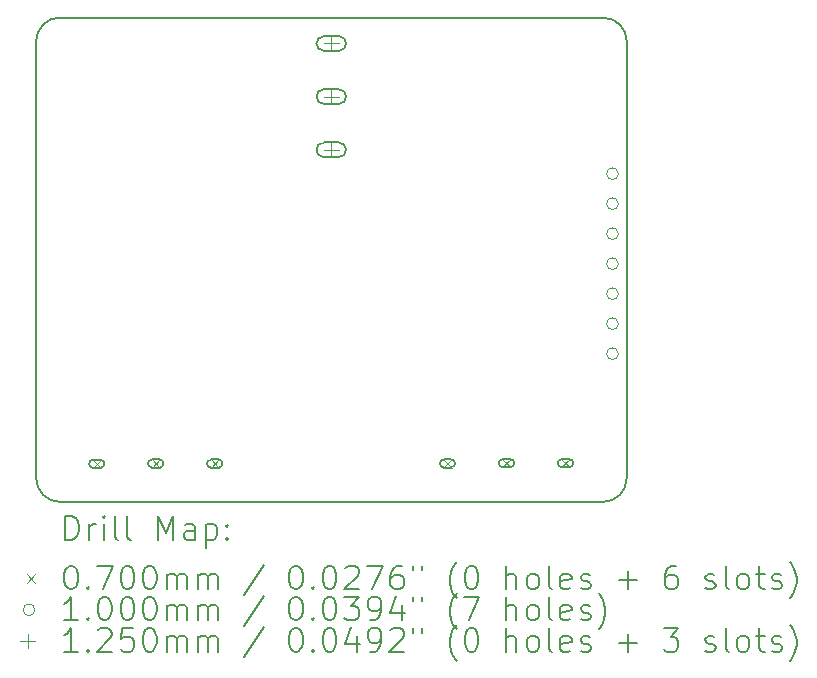
<source format=gbr>
%TF.GenerationSoftware,KiCad,Pcbnew,(6.0.9)*%
%TF.CreationDate,2022-11-21T10:30:37+01:00*%
%TF.ProjectId,IO Board,494f2042-6f61-4726-942e-6b696361645f,rev?*%
%TF.SameCoordinates,Original*%
%TF.FileFunction,Drillmap*%
%TF.FilePolarity,Positive*%
%FSLAX45Y45*%
G04 Gerber Fmt 4.5, Leading zero omitted, Abs format (unit mm)*
G04 Created by KiCad (PCBNEW (6.0.9)) date 2022-11-21 10:30:37*
%MOMM*%
%LPD*%
G01*
G04 APERTURE LIST*
%ADD10C,0.200000*%
%ADD11C,0.070000*%
%ADD12C,0.100000*%
%ADD13C,0.125000*%
G04 APERTURE END LIST*
D10*
X16422330Y-9896350D02*
G75*
G03*
X16222329Y-9696350I-200000J0D01*
G01*
X11622329Y-9696349D02*
G75*
G03*
X11422329Y-9896350I1J-200001D01*
G01*
X11622329Y-13796350D02*
X16222329Y-13796350D01*
X11422330Y-13596350D02*
G75*
G03*
X11622329Y-13796350I200000J0D01*
G01*
X11422329Y-9896350D02*
X11422329Y-13596350D01*
X16222329Y-13796349D02*
G75*
G03*
X16422329Y-13596350I1J199999D01*
G01*
X16422329Y-13596350D02*
X16422329Y-9896350D01*
X16222329Y-9696350D02*
X11622329Y-9696350D01*
D11*
X11900563Y-13439105D02*
X11970563Y-13509105D01*
X11970563Y-13439105D02*
X11900563Y-13509105D01*
D10*
X11905563Y-13509105D02*
X11965563Y-13509105D01*
X11905563Y-13439105D02*
X11965563Y-13439105D01*
X11965563Y-13509105D02*
G75*
G03*
X11965563Y-13439105I0J35000D01*
G01*
X11905563Y-13439105D02*
G75*
G03*
X11905563Y-13509105I0J-35000D01*
G01*
D11*
X12400369Y-13436558D02*
X12470369Y-13506558D01*
X12470369Y-13436558D02*
X12400369Y-13506558D01*
D10*
X12405369Y-13506558D02*
X12465369Y-13506558D01*
X12405369Y-13436558D02*
X12465369Y-13436558D01*
X12465369Y-13506558D02*
G75*
G03*
X12465369Y-13436558I0J35000D01*
G01*
X12405369Y-13436558D02*
G75*
G03*
X12405369Y-13506558I0J-35000D01*
G01*
D11*
X12899538Y-13436558D02*
X12969538Y-13506558D01*
X12969538Y-13436558D02*
X12899538Y-13506558D01*
D10*
X12904538Y-13506558D02*
X12964538Y-13506558D01*
X12904538Y-13436558D02*
X12964538Y-13436558D01*
X12964538Y-13506558D02*
G75*
G03*
X12964538Y-13436558I0J35000D01*
G01*
X12904538Y-13436558D02*
G75*
G03*
X12904538Y-13506558I0J-35000D01*
G01*
D11*
X14870146Y-13436242D02*
X14940146Y-13506242D01*
X14940146Y-13436242D02*
X14870146Y-13506242D01*
D10*
X14875146Y-13506242D02*
X14935146Y-13506242D01*
X14875146Y-13436242D02*
X14935146Y-13436242D01*
X14935146Y-13506242D02*
G75*
G03*
X14935146Y-13436242I0J35000D01*
G01*
X14875146Y-13436242D02*
G75*
G03*
X14875146Y-13506242I0J-35000D01*
G01*
D11*
X15369952Y-13433695D02*
X15439952Y-13503695D01*
X15439952Y-13433695D02*
X15369952Y-13503695D01*
D10*
X15374952Y-13503695D02*
X15434952Y-13503695D01*
X15374952Y-13433695D02*
X15434952Y-13433695D01*
X15434952Y-13503695D02*
G75*
G03*
X15434952Y-13433695I0J35000D01*
G01*
X15374952Y-13433695D02*
G75*
G03*
X15374952Y-13503695I0J-35000D01*
G01*
D11*
X15869121Y-13433695D02*
X15939121Y-13503695D01*
X15939121Y-13433695D02*
X15869121Y-13503695D01*
D10*
X15874121Y-13503695D02*
X15934121Y-13503695D01*
X15874121Y-13433695D02*
X15934121Y-13433695D01*
X15934121Y-13503695D02*
G75*
G03*
X15934121Y-13433695I0J35000D01*
G01*
X15874121Y-13433695D02*
G75*
G03*
X15874121Y-13503695I0J-35000D01*
G01*
D12*
X16351720Y-11018520D02*
G75*
G03*
X16351720Y-11018520I-50000J0D01*
G01*
X16351720Y-11272520D02*
G75*
G03*
X16351720Y-11272520I-50000J0D01*
G01*
X16351720Y-11526520D02*
G75*
G03*
X16351720Y-11526520I-50000J0D01*
G01*
X16351720Y-11780520D02*
G75*
G03*
X16351720Y-11780520I-50000J0D01*
G01*
X16351720Y-12034520D02*
G75*
G03*
X16351720Y-12034520I-50000J0D01*
G01*
X16351720Y-12288520D02*
G75*
G03*
X16351720Y-12288520I-50000J0D01*
G01*
X16351720Y-12542520D02*
G75*
G03*
X16351720Y-12542520I-50000J0D01*
G01*
D13*
X13920968Y-9853004D02*
X13920968Y-9978004D01*
X13858468Y-9915504D02*
X13983468Y-9915504D01*
D10*
X13858468Y-9978004D02*
X13983468Y-9978004D01*
X13858468Y-9853004D02*
X13983468Y-9853004D01*
X13983468Y-9978004D02*
G75*
G03*
X13983468Y-9853004I0J62500D01*
G01*
X13858468Y-9853004D02*
G75*
G03*
X13858468Y-9978004I0J-62500D01*
G01*
D13*
X13920968Y-10303004D02*
X13920968Y-10428004D01*
X13858468Y-10365504D02*
X13983468Y-10365504D01*
D10*
X13858468Y-10428004D02*
X13983468Y-10428004D01*
X13858468Y-10303004D02*
X13983468Y-10303004D01*
X13983468Y-10428004D02*
G75*
G03*
X13983468Y-10303004I0J62500D01*
G01*
X13858468Y-10303004D02*
G75*
G03*
X13858468Y-10428004I0J-62500D01*
G01*
D13*
X13920968Y-10753004D02*
X13920968Y-10878004D01*
X13858468Y-10815504D02*
X13983468Y-10815504D01*
D10*
X13858468Y-10878004D02*
X13983468Y-10878004D01*
X13858468Y-10753004D02*
X13983468Y-10753004D01*
X13983468Y-10878004D02*
G75*
G03*
X13983468Y-10753004I0J62500D01*
G01*
X13858468Y-10753004D02*
G75*
G03*
X13858468Y-10878004I0J-62500D01*
G01*
X11669948Y-14116826D02*
X11669948Y-13916826D01*
X11717567Y-13916826D01*
X11746138Y-13926350D01*
X11765186Y-13945397D01*
X11774709Y-13964445D01*
X11784233Y-14002540D01*
X11784233Y-14031111D01*
X11774709Y-14069207D01*
X11765186Y-14088254D01*
X11746138Y-14107302D01*
X11717567Y-14116826D01*
X11669948Y-14116826D01*
X11869948Y-14116826D02*
X11869948Y-13983492D01*
X11869948Y-14021588D02*
X11879471Y-14002540D01*
X11888995Y-13993016D01*
X11908043Y-13983492D01*
X11927090Y-13983492D01*
X11993757Y-14116826D02*
X11993757Y-13983492D01*
X11993757Y-13916826D02*
X11984233Y-13926350D01*
X11993757Y-13935873D01*
X12003281Y-13926350D01*
X11993757Y-13916826D01*
X11993757Y-13935873D01*
X12117567Y-14116826D02*
X12098519Y-14107302D01*
X12088995Y-14088254D01*
X12088995Y-13916826D01*
X12222329Y-14116826D02*
X12203281Y-14107302D01*
X12193757Y-14088254D01*
X12193757Y-13916826D01*
X12450900Y-14116826D02*
X12450900Y-13916826D01*
X12517567Y-14059683D01*
X12584233Y-13916826D01*
X12584233Y-14116826D01*
X12765186Y-14116826D02*
X12765186Y-14012064D01*
X12755662Y-13993016D01*
X12736614Y-13983492D01*
X12698519Y-13983492D01*
X12679471Y-13993016D01*
X12765186Y-14107302D02*
X12746138Y-14116826D01*
X12698519Y-14116826D01*
X12679471Y-14107302D01*
X12669948Y-14088254D01*
X12669948Y-14069207D01*
X12679471Y-14050159D01*
X12698519Y-14040635D01*
X12746138Y-14040635D01*
X12765186Y-14031111D01*
X12860424Y-13983492D02*
X12860424Y-14183492D01*
X12860424Y-13993016D02*
X12879471Y-13983492D01*
X12917567Y-13983492D01*
X12936614Y-13993016D01*
X12946138Y-14002540D01*
X12955662Y-14021588D01*
X12955662Y-14078730D01*
X12946138Y-14097778D01*
X12936614Y-14107302D01*
X12917567Y-14116826D01*
X12879471Y-14116826D01*
X12860424Y-14107302D01*
X13041376Y-14097778D02*
X13050900Y-14107302D01*
X13041376Y-14116826D01*
X13031852Y-14107302D01*
X13041376Y-14097778D01*
X13041376Y-14116826D01*
X13041376Y-13993016D02*
X13050900Y-14002540D01*
X13041376Y-14012064D01*
X13031852Y-14002540D01*
X13041376Y-13993016D01*
X13041376Y-14012064D01*
D11*
X11342329Y-14411350D02*
X11412329Y-14481350D01*
X11412329Y-14411350D02*
X11342329Y-14481350D01*
D10*
X11708043Y-14336826D02*
X11727090Y-14336826D01*
X11746138Y-14346350D01*
X11755662Y-14355873D01*
X11765186Y-14374921D01*
X11774709Y-14413016D01*
X11774709Y-14460635D01*
X11765186Y-14498730D01*
X11755662Y-14517778D01*
X11746138Y-14527302D01*
X11727090Y-14536826D01*
X11708043Y-14536826D01*
X11688995Y-14527302D01*
X11679471Y-14517778D01*
X11669948Y-14498730D01*
X11660424Y-14460635D01*
X11660424Y-14413016D01*
X11669948Y-14374921D01*
X11679471Y-14355873D01*
X11688995Y-14346350D01*
X11708043Y-14336826D01*
X11860424Y-14517778D02*
X11869948Y-14527302D01*
X11860424Y-14536826D01*
X11850900Y-14527302D01*
X11860424Y-14517778D01*
X11860424Y-14536826D01*
X11936614Y-14336826D02*
X12069948Y-14336826D01*
X11984233Y-14536826D01*
X12184233Y-14336826D02*
X12203281Y-14336826D01*
X12222329Y-14346350D01*
X12231852Y-14355873D01*
X12241376Y-14374921D01*
X12250900Y-14413016D01*
X12250900Y-14460635D01*
X12241376Y-14498730D01*
X12231852Y-14517778D01*
X12222329Y-14527302D01*
X12203281Y-14536826D01*
X12184233Y-14536826D01*
X12165186Y-14527302D01*
X12155662Y-14517778D01*
X12146138Y-14498730D01*
X12136614Y-14460635D01*
X12136614Y-14413016D01*
X12146138Y-14374921D01*
X12155662Y-14355873D01*
X12165186Y-14346350D01*
X12184233Y-14336826D01*
X12374709Y-14336826D02*
X12393757Y-14336826D01*
X12412805Y-14346350D01*
X12422329Y-14355873D01*
X12431852Y-14374921D01*
X12441376Y-14413016D01*
X12441376Y-14460635D01*
X12431852Y-14498730D01*
X12422329Y-14517778D01*
X12412805Y-14527302D01*
X12393757Y-14536826D01*
X12374709Y-14536826D01*
X12355662Y-14527302D01*
X12346138Y-14517778D01*
X12336614Y-14498730D01*
X12327090Y-14460635D01*
X12327090Y-14413016D01*
X12336614Y-14374921D01*
X12346138Y-14355873D01*
X12355662Y-14346350D01*
X12374709Y-14336826D01*
X12527090Y-14536826D02*
X12527090Y-14403492D01*
X12527090Y-14422540D02*
X12536614Y-14413016D01*
X12555662Y-14403492D01*
X12584233Y-14403492D01*
X12603281Y-14413016D01*
X12612805Y-14432064D01*
X12612805Y-14536826D01*
X12612805Y-14432064D02*
X12622329Y-14413016D01*
X12641376Y-14403492D01*
X12669948Y-14403492D01*
X12688995Y-14413016D01*
X12698519Y-14432064D01*
X12698519Y-14536826D01*
X12793757Y-14536826D02*
X12793757Y-14403492D01*
X12793757Y-14422540D02*
X12803281Y-14413016D01*
X12822329Y-14403492D01*
X12850900Y-14403492D01*
X12869948Y-14413016D01*
X12879471Y-14432064D01*
X12879471Y-14536826D01*
X12879471Y-14432064D02*
X12888995Y-14413016D01*
X12908043Y-14403492D01*
X12936614Y-14403492D01*
X12955662Y-14413016D01*
X12965186Y-14432064D01*
X12965186Y-14536826D01*
X13355662Y-14327302D02*
X13184233Y-14584445D01*
X13612805Y-14336826D02*
X13631852Y-14336826D01*
X13650900Y-14346350D01*
X13660424Y-14355873D01*
X13669948Y-14374921D01*
X13679471Y-14413016D01*
X13679471Y-14460635D01*
X13669948Y-14498730D01*
X13660424Y-14517778D01*
X13650900Y-14527302D01*
X13631852Y-14536826D01*
X13612805Y-14536826D01*
X13593757Y-14527302D01*
X13584233Y-14517778D01*
X13574709Y-14498730D01*
X13565186Y-14460635D01*
X13565186Y-14413016D01*
X13574709Y-14374921D01*
X13584233Y-14355873D01*
X13593757Y-14346350D01*
X13612805Y-14336826D01*
X13765186Y-14517778D02*
X13774709Y-14527302D01*
X13765186Y-14536826D01*
X13755662Y-14527302D01*
X13765186Y-14517778D01*
X13765186Y-14536826D01*
X13898519Y-14336826D02*
X13917567Y-14336826D01*
X13936614Y-14346350D01*
X13946138Y-14355873D01*
X13955662Y-14374921D01*
X13965186Y-14413016D01*
X13965186Y-14460635D01*
X13955662Y-14498730D01*
X13946138Y-14517778D01*
X13936614Y-14527302D01*
X13917567Y-14536826D01*
X13898519Y-14536826D01*
X13879471Y-14527302D01*
X13869948Y-14517778D01*
X13860424Y-14498730D01*
X13850900Y-14460635D01*
X13850900Y-14413016D01*
X13860424Y-14374921D01*
X13869948Y-14355873D01*
X13879471Y-14346350D01*
X13898519Y-14336826D01*
X14041376Y-14355873D02*
X14050900Y-14346350D01*
X14069948Y-14336826D01*
X14117567Y-14336826D01*
X14136614Y-14346350D01*
X14146138Y-14355873D01*
X14155662Y-14374921D01*
X14155662Y-14393969D01*
X14146138Y-14422540D01*
X14031852Y-14536826D01*
X14155662Y-14536826D01*
X14222329Y-14336826D02*
X14355662Y-14336826D01*
X14269948Y-14536826D01*
X14517567Y-14336826D02*
X14479471Y-14336826D01*
X14460424Y-14346350D01*
X14450900Y-14355873D01*
X14431852Y-14384445D01*
X14422329Y-14422540D01*
X14422329Y-14498730D01*
X14431852Y-14517778D01*
X14441376Y-14527302D01*
X14460424Y-14536826D01*
X14498519Y-14536826D01*
X14517567Y-14527302D01*
X14527090Y-14517778D01*
X14536614Y-14498730D01*
X14536614Y-14451111D01*
X14527090Y-14432064D01*
X14517567Y-14422540D01*
X14498519Y-14413016D01*
X14460424Y-14413016D01*
X14441376Y-14422540D01*
X14431852Y-14432064D01*
X14422329Y-14451111D01*
X14612805Y-14336826D02*
X14612805Y-14374921D01*
X14688995Y-14336826D02*
X14688995Y-14374921D01*
X14984233Y-14613016D02*
X14974709Y-14603492D01*
X14955662Y-14574921D01*
X14946138Y-14555873D01*
X14936614Y-14527302D01*
X14927090Y-14479683D01*
X14927090Y-14441588D01*
X14936614Y-14393969D01*
X14946138Y-14365397D01*
X14955662Y-14346350D01*
X14974709Y-14317778D01*
X14984233Y-14308254D01*
X15098519Y-14336826D02*
X15117567Y-14336826D01*
X15136614Y-14346350D01*
X15146138Y-14355873D01*
X15155662Y-14374921D01*
X15165186Y-14413016D01*
X15165186Y-14460635D01*
X15155662Y-14498730D01*
X15146138Y-14517778D01*
X15136614Y-14527302D01*
X15117567Y-14536826D01*
X15098519Y-14536826D01*
X15079471Y-14527302D01*
X15069948Y-14517778D01*
X15060424Y-14498730D01*
X15050900Y-14460635D01*
X15050900Y-14413016D01*
X15060424Y-14374921D01*
X15069948Y-14355873D01*
X15079471Y-14346350D01*
X15098519Y-14336826D01*
X15403281Y-14536826D02*
X15403281Y-14336826D01*
X15488995Y-14536826D02*
X15488995Y-14432064D01*
X15479471Y-14413016D01*
X15460424Y-14403492D01*
X15431852Y-14403492D01*
X15412805Y-14413016D01*
X15403281Y-14422540D01*
X15612805Y-14536826D02*
X15593757Y-14527302D01*
X15584233Y-14517778D01*
X15574709Y-14498730D01*
X15574709Y-14441588D01*
X15584233Y-14422540D01*
X15593757Y-14413016D01*
X15612805Y-14403492D01*
X15641376Y-14403492D01*
X15660424Y-14413016D01*
X15669948Y-14422540D01*
X15679471Y-14441588D01*
X15679471Y-14498730D01*
X15669948Y-14517778D01*
X15660424Y-14527302D01*
X15641376Y-14536826D01*
X15612805Y-14536826D01*
X15793757Y-14536826D02*
X15774709Y-14527302D01*
X15765186Y-14508254D01*
X15765186Y-14336826D01*
X15946138Y-14527302D02*
X15927090Y-14536826D01*
X15888995Y-14536826D01*
X15869948Y-14527302D01*
X15860424Y-14508254D01*
X15860424Y-14432064D01*
X15869948Y-14413016D01*
X15888995Y-14403492D01*
X15927090Y-14403492D01*
X15946138Y-14413016D01*
X15955662Y-14432064D01*
X15955662Y-14451111D01*
X15860424Y-14470159D01*
X16031852Y-14527302D02*
X16050900Y-14536826D01*
X16088995Y-14536826D01*
X16108043Y-14527302D01*
X16117567Y-14508254D01*
X16117567Y-14498730D01*
X16108043Y-14479683D01*
X16088995Y-14470159D01*
X16060424Y-14470159D01*
X16041376Y-14460635D01*
X16031852Y-14441588D01*
X16031852Y-14432064D01*
X16041376Y-14413016D01*
X16060424Y-14403492D01*
X16088995Y-14403492D01*
X16108043Y-14413016D01*
X16355662Y-14460635D02*
X16508043Y-14460635D01*
X16431852Y-14536826D02*
X16431852Y-14384445D01*
X16841376Y-14336826D02*
X16803281Y-14336826D01*
X16784233Y-14346350D01*
X16774709Y-14355873D01*
X16755662Y-14384445D01*
X16746138Y-14422540D01*
X16746138Y-14498730D01*
X16755662Y-14517778D01*
X16765186Y-14527302D01*
X16784233Y-14536826D01*
X16822329Y-14536826D01*
X16841376Y-14527302D01*
X16850900Y-14517778D01*
X16860424Y-14498730D01*
X16860424Y-14451111D01*
X16850900Y-14432064D01*
X16841376Y-14422540D01*
X16822329Y-14413016D01*
X16784233Y-14413016D01*
X16765186Y-14422540D01*
X16755662Y-14432064D01*
X16746138Y-14451111D01*
X17088995Y-14527302D02*
X17108043Y-14536826D01*
X17146138Y-14536826D01*
X17165186Y-14527302D01*
X17174710Y-14508254D01*
X17174710Y-14498730D01*
X17165186Y-14479683D01*
X17146138Y-14470159D01*
X17117567Y-14470159D01*
X17098519Y-14460635D01*
X17088995Y-14441588D01*
X17088995Y-14432064D01*
X17098519Y-14413016D01*
X17117567Y-14403492D01*
X17146138Y-14403492D01*
X17165186Y-14413016D01*
X17288995Y-14536826D02*
X17269948Y-14527302D01*
X17260424Y-14508254D01*
X17260424Y-14336826D01*
X17393757Y-14536826D02*
X17374710Y-14527302D01*
X17365186Y-14517778D01*
X17355662Y-14498730D01*
X17355662Y-14441588D01*
X17365186Y-14422540D01*
X17374710Y-14413016D01*
X17393757Y-14403492D01*
X17422329Y-14403492D01*
X17441376Y-14413016D01*
X17450900Y-14422540D01*
X17460424Y-14441588D01*
X17460424Y-14498730D01*
X17450900Y-14517778D01*
X17441376Y-14527302D01*
X17422329Y-14536826D01*
X17393757Y-14536826D01*
X17517567Y-14403492D02*
X17593757Y-14403492D01*
X17546138Y-14336826D02*
X17546138Y-14508254D01*
X17555662Y-14527302D01*
X17574710Y-14536826D01*
X17593757Y-14536826D01*
X17650900Y-14527302D02*
X17669948Y-14536826D01*
X17708043Y-14536826D01*
X17727091Y-14527302D01*
X17736614Y-14508254D01*
X17736614Y-14498730D01*
X17727091Y-14479683D01*
X17708043Y-14470159D01*
X17679471Y-14470159D01*
X17660424Y-14460635D01*
X17650900Y-14441588D01*
X17650900Y-14432064D01*
X17660424Y-14413016D01*
X17679471Y-14403492D01*
X17708043Y-14403492D01*
X17727091Y-14413016D01*
X17803281Y-14613016D02*
X17812805Y-14603492D01*
X17831852Y-14574921D01*
X17841376Y-14555873D01*
X17850900Y-14527302D01*
X17860424Y-14479683D01*
X17860424Y-14441588D01*
X17850900Y-14393969D01*
X17841376Y-14365397D01*
X17831852Y-14346350D01*
X17812805Y-14317778D01*
X17803281Y-14308254D01*
D12*
X11412329Y-14710350D02*
G75*
G03*
X11412329Y-14710350I-50000J0D01*
G01*
D10*
X11774709Y-14800826D02*
X11660424Y-14800826D01*
X11717567Y-14800826D02*
X11717567Y-14600826D01*
X11698519Y-14629397D01*
X11679471Y-14648445D01*
X11660424Y-14657969D01*
X11860424Y-14781778D02*
X11869948Y-14791302D01*
X11860424Y-14800826D01*
X11850900Y-14791302D01*
X11860424Y-14781778D01*
X11860424Y-14800826D01*
X11993757Y-14600826D02*
X12012805Y-14600826D01*
X12031852Y-14610350D01*
X12041376Y-14619873D01*
X12050900Y-14638921D01*
X12060424Y-14677016D01*
X12060424Y-14724635D01*
X12050900Y-14762730D01*
X12041376Y-14781778D01*
X12031852Y-14791302D01*
X12012805Y-14800826D01*
X11993757Y-14800826D01*
X11974709Y-14791302D01*
X11965186Y-14781778D01*
X11955662Y-14762730D01*
X11946138Y-14724635D01*
X11946138Y-14677016D01*
X11955662Y-14638921D01*
X11965186Y-14619873D01*
X11974709Y-14610350D01*
X11993757Y-14600826D01*
X12184233Y-14600826D02*
X12203281Y-14600826D01*
X12222329Y-14610350D01*
X12231852Y-14619873D01*
X12241376Y-14638921D01*
X12250900Y-14677016D01*
X12250900Y-14724635D01*
X12241376Y-14762730D01*
X12231852Y-14781778D01*
X12222329Y-14791302D01*
X12203281Y-14800826D01*
X12184233Y-14800826D01*
X12165186Y-14791302D01*
X12155662Y-14781778D01*
X12146138Y-14762730D01*
X12136614Y-14724635D01*
X12136614Y-14677016D01*
X12146138Y-14638921D01*
X12155662Y-14619873D01*
X12165186Y-14610350D01*
X12184233Y-14600826D01*
X12374709Y-14600826D02*
X12393757Y-14600826D01*
X12412805Y-14610350D01*
X12422329Y-14619873D01*
X12431852Y-14638921D01*
X12441376Y-14677016D01*
X12441376Y-14724635D01*
X12431852Y-14762730D01*
X12422329Y-14781778D01*
X12412805Y-14791302D01*
X12393757Y-14800826D01*
X12374709Y-14800826D01*
X12355662Y-14791302D01*
X12346138Y-14781778D01*
X12336614Y-14762730D01*
X12327090Y-14724635D01*
X12327090Y-14677016D01*
X12336614Y-14638921D01*
X12346138Y-14619873D01*
X12355662Y-14610350D01*
X12374709Y-14600826D01*
X12527090Y-14800826D02*
X12527090Y-14667492D01*
X12527090Y-14686540D02*
X12536614Y-14677016D01*
X12555662Y-14667492D01*
X12584233Y-14667492D01*
X12603281Y-14677016D01*
X12612805Y-14696064D01*
X12612805Y-14800826D01*
X12612805Y-14696064D02*
X12622329Y-14677016D01*
X12641376Y-14667492D01*
X12669948Y-14667492D01*
X12688995Y-14677016D01*
X12698519Y-14696064D01*
X12698519Y-14800826D01*
X12793757Y-14800826D02*
X12793757Y-14667492D01*
X12793757Y-14686540D02*
X12803281Y-14677016D01*
X12822329Y-14667492D01*
X12850900Y-14667492D01*
X12869948Y-14677016D01*
X12879471Y-14696064D01*
X12879471Y-14800826D01*
X12879471Y-14696064D02*
X12888995Y-14677016D01*
X12908043Y-14667492D01*
X12936614Y-14667492D01*
X12955662Y-14677016D01*
X12965186Y-14696064D01*
X12965186Y-14800826D01*
X13355662Y-14591302D02*
X13184233Y-14848445D01*
X13612805Y-14600826D02*
X13631852Y-14600826D01*
X13650900Y-14610350D01*
X13660424Y-14619873D01*
X13669948Y-14638921D01*
X13679471Y-14677016D01*
X13679471Y-14724635D01*
X13669948Y-14762730D01*
X13660424Y-14781778D01*
X13650900Y-14791302D01*
X13631852Y-14800826D01*
X13612805Y-14800826D01*
X13593757Y-14791302D01*
X13584233Y-14781778D01*
X13574709Y-14762730D01*
X13565186Y-14724635D01*
X13565186Y-14677016D01*
X13574709Y-14638921D01*
X13584233Y-14619873D01*
X13593757Y-14610350D01*
X13612805Y-14600826D01*
X13765186Y-14781778D02*
X13774709Y-14791302D01*
X13765186Y-14800826D01*
X13755662Y-14791302D01*
X13765186Y-14781778D01*
X13765186Y-14800826D01*
X13898519Y-14600826D02*
X13917567Y-14600826D01*
X13936614Y-14610350D01*
X13946138Y-14619873D01*
X13955662Y-14638921D01*
X13965186Y-14677016D01*
X13965186Y-14724635D01*
X13955662Y-14762730D01*
X13946138Y-14781778D01*
X13936614Y-14791302D01*
X13917567Y-14800826D01*
X13898519Y-14800826D01*
X13879471Y-14791302D01*
X13869948Y-14781778D01*
X13860424Y-14762730D01*
X13850900Y-14724635D01*
X13850900Y-14677016D01*
X13860424Y-14638921D01*
X13869948Y-14619873D01*
X13879471Y-14610350D01*
X13898519Y-14600826D01*
X14031852Y-14600826D02*
X14155662Y-14600826D01*
X14088995Y-14677016D01*
X14117567Y-14677016D01*
X14136614Y-14686540D01*
X14146138Y-14696064D01*
X14155662Y-14715111D01*
X14155662Y-14762730D01*
X14146138Y-14781778D01*
X14136614Y-14791302D01*
X14117567Y-14800826D01*
X14060424Y-14800826D01*
X14041376Y-14791302D01*
X14031852Y-14781778D01*
X14250900Y-14800826D02*
X14288995Y-14800826D01*
X14308043Y-14791302D01*
X14317567Y-14781778D01*
X14336614Y-14753207D01*
X14346138Y-14715111D01*
X14346138Y-14638921D01*
X14336614Y-14619873D01*
X14327090Y-14610350D01*
X14308043Y-14600826D01*
X14269948Y-14600826D01*
X14250900Y-14610350D01*
X14241376Y-14619873D01*
X14231852Y-14638921D01*
X14231852Y-14686540D01*
X14241376Y-14705588D01*
X14250900Y-14715111D01*
X14269948Y-14724635D01*
X14308043Y-14724635D01*
X14327090Y-14715111D01*
X14336614Y-14705588D01*
X14346138Y-14686540D01*
X14517567Y-14667492D02*
X14517567Y-14800826D01*
X14469948Y-14591302D02*
X14422329Y-14734159D01*
X14546138Y-14734159D01*
X14612805Y-14600826D02*
X14612805Y-14638921D01*
X14688995Y-14600826D02*
X14688995Y-14638921D01*
X14984233Y-14877016D02*
X14974709Y-14867492D01*
X14955662Y-14838921D01*
X14946138Y-14819873D01*
X14936614Y-14791302D01*
X14927090Y-14743683D01*
X14927090Y-14705588D01*
X14936614Y-14657969D01*
X14946138Y-14629397D01*
X14955662Y-14610350D01*
X14974709Y-14581778D01*
X14984233Y-14572254D01*
X15041376Y-14600826D02*
X15174709Y-14600826D01*
X15088995Y-14800826D01*
X15403281Y-14800826D02*
X15403281Y-14600826D01*
X15488995Y-14800826D02*
X15488995Y-14696064D01*
X15479471Y-14677016D01*
X15460424Y-14667492D01*
X15431852Y-14667492D01*
X15412805Y-14677016D01*
X15403281Y-14686540D01*
X15612805Y-14800826D02*
X15593757Y-14791302D01*
X15584233Y-14781778D01*
X15574709Y-14762730D01*
X15574709Y-14705588D01*
X15584233Y-14686540D01*
X15593757Y-14677016D01*
X15612805Y-14667492D01*
X15641376Y-14667492D01*
X15660424Y-14677016D01*
X15669948Y-14686540D01*
X15679471Y-14705588D01*
X15679471Y-14762730D01*
X15669948Y-14781778D01*
X15660424Y-14791302D01*
X15641376Y-14800826D01*
X15612805Y-14800826D01*
X15793757Y-14800826D02*
X15774709Y-14791302D01*
X15765186Y-14772254D01*
X15765186Y-14600826D01*
X15946138Y-14791302D02*
X15927090Y-14800826D01*
X15888995Y-14800826D01*
X15869948Y-14791302D01*
X15860424Y-14772254D01*
X15860424Y-14696064D01*
X15869948Y-14677016D01*
X15888995Y-14667492D01*
X15927090Y-14667492D01*
X15946138Y-14677016D01*
X15955662Y-14696064D01*
X15955662Y-14715111D01*
X15860424Y-14734159D01*
X16031852Y-14791302D02*
X16050900Y-14800826D01*
X16088995Y-14800826D01*
X16108043Y-14791302D01*
X16117567Y-14772254D01*
X16117567Y-14762730D01*
X16108043Y-14743683D01*
X16088995Y-14734159D01*
X16060424Y-14734159D01*
X16041376Y-14724635D01*
X16031852Y-14705588D01*
X16031852Y-14696064D01*
X16041376Y-14677016D01*
X16060424Y-14667492D01*
X16088995Y-14667492D01*
X16108043Y-14677016D01*
X16184233Y-14877016D02*
X16193757Y-14867492D01*
X16212805Y-14838921D01*
X16222328Y-14819873D01*
X16231852Y-14791302D01*
X16241376Y-14743683D01*
X16241376Y-14705588D01*
X16231852Y-14657969D01*
X16222328Y-14629397D01*
X16212805Y-14610350D01*
X16193757Y-14581778D01*
X16184233Y-14572254D01*
D13*
X11349829Y-14911850D02*
X11349829Y-15036850D01*
X11287329Y-14974350D02*
X11412329Y-14974350D01*
D10*
X11774709Y-15064826D02*
X11660424Y-15064826D01*
X11717567Y-15064826D02*
X11717567Y-14864826D01*
X11698519Y-14893397D01*
X11679471Y-14912445D01*
X11660424Y-14921969D01*
X11860424Y-15045778D02*
X11869948Y-15055302D01*
X11860424Y-15064826D01*
X11850900Y-15055302D01*
X11860424Y-15045778D01*
X11860424Y-15064826D01*
X11946138Y-14883873D02*
X11955662Y-14874350D01*
X11974709Y-14864826D01*
X12022329Y-14864826D01*
X12041376Y-14874350D01*
X12050900Y-14883873D01*
X12060424Y-14902921D01*
X12060424Y-14921969D01*
X12050900Y-14950540D01*
X11936614Y-15064826D01*
X12060424Y-15064826D01*
X12241376Y-14864826D02*
X12146138Y-14864826D01*
X12136614Y-14960064D01*
X12146138Y-14950540D01*
X12165186Y-14941016D01*
X12212805Y-14941016D01*
X12231852Y-14950540D01*
X12241376Y-14960064D01*
X12250900Y-14979111D01*
X12250900Y-15026730D01*
X12241376Y-15045778D01*
X12231852Y-15055302D01*
X12212805Y-15064826D01*
X12165186Y-15064826D01*
X12146138Y-15055302D01*
X12136614Y-15045778D01*
X12374709Y-14864826D02*
X12393757Y-14864826D01*
X12412805Y-14874350D01*
X12422329Y-14883873D01*
X12431852Y-14902921D01*
X12441376Y-14941016D01*
X12441376Y-14988635D01*
X12431852Y-15026730D01*
X12422329Y-15045778D01*
X12412805Y-15055302D01*
X12393757Y-15064826D01*
X12374709Y-15064826D01*
X12355662Y-15055302D01*
X12346138Y-15045778D01*
X12336614Y-15026730D01*
X12327090Y-14988635D01*
X12327090Y-14941016D01*
X12336614Y-14902921D01*
X12346138Y-14883873D01*
X12355662Y-14874350D01*
X12374709Y-14864826D01*
X12527090Y-15064826D02*
X12527090Y-14931492D01*
X12527090Y-14950540D02*
X12536614Y-14941016D01*
X12555662Y-14931492D01*
X12584233Y-14931492D01*
X12603281Y-14941016D01*
X12612805Y-14960064D01*
X12612805Y-15064826D01*
X12612805Y-14960064D02*
X12622329Y-14941016D01*
X12641376Y-14931492D01*
X12669948Y-14931492D01*
X12688995Y-14941016D01*
X12698519Y-14960064D01*
X12698519Y-15064826D01*
X12793757Y-15064826D02*
X12793757Y-14931492D01*
X12793757Y-14950540D02*
X12803281Y-14941016D01*
X12822329Y-14931492D01*
X12850900Y-14931492D01*
X12869948Y-14941016D01*
X12879471Y-14960064D01*
X12879471Y-15064826D01*
X12879471Y-14960064D02*
X12888995Y-14941016D01*
X12908043Y-14931492D01*
X12936614Y-14931492D01*
X12955662Y-14941016D01*
X12965186Y-14960064D01*
X12965186Y-15064826D01*
X13355662Y-14855302D02*
X13184233Y-15112445D01*
X13612805Y-14864826D02*
X13631852Y-14864826D01*
X13650900Y-14874350D01*
X13660424Y-14883873D01*
X13669948Y-14902921D01*
X13679471Y-14941016D01*
X13679471Y-14988635D01*
X13669948Y-15026730D01*
X13660424Y-15045778D01*
X13650900Y-15055302D01*
X13631852Y-15064826D01*
X13612805Y-15064826D01*
X13593757Y-15055302D01*
X13584233Y-15045778D01*
X13574709Y-15026730D01*
X13565186Y-14988635D01*
X13565186Y-14941016D01*
X13574709Y-14902921D01*
X13584233Y-14883873D01*
X13593757Y-14874350D01*
X13612805Y-14864826D01*
X13765186Y-15045778D02*
X13774709Y-15055302D01*
X13765186Y-15064826D01*
X13755662Y-15055302D01*
X13765186Y-15045778D01*
X13765186Y-15064826D01*
X13898519Y-14864826D02*
X13917567Y-14864826D01*
X13936614Y-14874350D01*
X13946138Y-14883873D01*
X13955662Y-14902921D01*
X13965186Y-14941016D01*
X13965186Y-14988635D01*
X13955662Y-15026730D01*
X13946138Y-15045778D01*
X13936614Y-15055302D01*
X13917567Y-15064826D01*
X13898519Y-15064826D01*
X13879471Y-15055302D01*
X13869948Y-15045778D01*
X13860424Y-15026730D01*
X13850900Y-14988635D01*
X13850900Y-14941016D01*
X13860424Y-14902921D01*
X13869948Y-14883873D01*
X13879471Y-14874350D01*
X13898519Y-14864826D01*
X14136614Y-14931492D02*
X14136614Y-15064826D01*
X14088995Y-14855302D02*
X14041376Y-14998159D01*
X14165186Y-14998159D01*
X14250900Y-15064826D02*
X14288995Y-15064826D01*
X14308043Y-15055302D01*
X14317567Y-15045778D01*
X14336614Y-15017207D01*
X14346138Y-14979111D01*
X14346138Y-14902921D01*
X14336614Y-14883873D01*
X14327090Y-14874350D01*
X14308043Y-14864826D01*
X14269948Y-14864826D01*
X14250900Y-14874350D01*
X14241376Y-14883873D01*
X14231852Y-14902921D01*
X14231852Y-14950540D01*
X14241376Y-14969588D01*
X14250900Y-14979111D01*
X14269948Y-14988635D01*
X14308043Y-14988635D01*
X14327090Y-14979111D01*
X14336614Y-14969588D01*
X14346138Y-14950540D01*
X14422329Y-14883873D02*
X14431852Y-14874350D01*
X14450900Y-14864826D01*
X14498519Y-14864826D01*
X14517567Y-14874350D01*
X14527090Y-14883873D01*
X14536614Y-14902921D01*
X14536614Y-14921969D01*
X14527090Y-14950540D01*
X14412805Y-15064826D01*
X14536614Y-15064826D01*
X14612805Y-14864826D02*
X14612805Y-14902921D01*
X14688995Y-14864826D02*
X14688995Y-14902921D01*
X14984233Y-15141016D02*
X14974709Y-15131492D01*
X14955662Y-15102921D01*
X14946138Y-15083873D01*
X14936614Y-15055302D01*
X14927090Y-15007683D01*
X14927090Y-14969588D01*
X14936614Y-14921969D01*
X14946138Y-14893397D01*
X14955662Y-14874350D01*
X14974709Y-14845778D01*
X14984233Y-14836254D01*
X15098519Y-14864826D02*
X15117567Y-14864826D01*
X15136614Y-14874350D01*
X15146138Y-14883873D01*
X15155662Y-14902921D01*
X15165186Y-14941016D01*
X15165186Y-14988635D01*
X15155662Y-15026730D01*
X15146138Y-15045778D01*
X15136614Y-15055302D01*
X15117567Y-15064826D01*
X15098519Y-15064826D01*
X15079471Y-15055302D01*
X15069948Y-15045778D01*
X15060424Y-15026730D01*
X15050900Y-14988635D01*
X15050900Y-14941016D01*
X15060424Y-14902921D01*
X15069948Y-14883873D01*
X15079471Y-14874350D01*
X15098519Y-14864826D01*
X15403281Y-15064826D02*
X15403281Y-14864826D01*
X15488995Y-15064826D02*
X15488995Y-14960064D01*
X15479471Y-14941016D01*
X15460424Y-14931492D01*
X15431852Y-14931492D01*
X15412805Y-14941016D01*
X15403281Y-14950540D01*
X15612805Y-15064826D02*
X15593757Y-15055302D01*
X15584233Y-15045778D01*
X15574709Y-15026730D01*
X15574709Y-14969588D01*
X15584233Y-14950540D01*
X15593757Y-14941016D01*
X15612805Y-14931492D01*
X15641376Y-14931492D01*
X15660424Y-14941016D01*
X15669948Y-14950540D01*
X15679471Y-14969588D01*
X15679471Y-15026730D01*
X15669948Y-15045778D01*
X15660424Y-15055302D01*
X15641376Y-15064826D01*
X15612805Y-15064826D01*
X15793757Y-15064826D02*
X15774709Y-15055302D01*
X15765186Y-15036254D01*
X15765186Y-14864826D01*
X15946138Y-15055302D02*
X15927090Y-15064826D01*
X15888995Y-15064826D01*
X15869948Y-15055302D01*
X15860424Y-15036254D01*
X15860424Y-14960064D01*
X15869948Y-14941016D01*
X15888995Y-14931492D01*
X15927090Y-14931492D01*
X15946138Y-14941016D01*
X15955662Y-14960064D01*
X15955662Y-14979111D01*
X15860424Y-14998159D01*
X16031852Y-15055302D02*
X16050900Y-15064826D01*
X16088995Y-15064826D01*
X16108043Y-15055302D01*
X16117567Y-15036254D01*
X16117567Y-15026730D01*
X16108043Y-15007683D01*
X16088995Y-14998159D01*
X16060424Y-14998159D01*
X16041376Y-14988635D01*
X16031852Y-14969588D01*
X16031852Y-14960064D01*
X16041376Y-14941016D01*
X16060424Y-14931492D01*
X16088995Y-14931492D01*
X16108043Y-14941016D01*
X16355662Y-14988635D02*
X16508043Y-14988635D01*
X16431852Y-15064826D02*
X16431852Y-14912445D01*
X16736614Y-14864826D02*
X16860424Y-14864826D01*
X16793757Y-14941016D01*
X16822329Y-14941016D01*
X16841376Y-14950540D01*
X16850900Y-14960064D01*
X16860424Y-14979111D01*
X16860424Y-15026730D01*
X16850900Y-15045778D01*
X16841376Y-15055302D01*
X16822329Y-15064826D01*
X16765186Y-15064826D01*
X16746138Y-15055302D01*
X16736614Y-15045778D01*
X17088995Y-15055302D02*
X17108043Y-15064826D01*
X17146138Y-15064826D01*
X17165186Y-15055302D01*
X17174710Y-15036254D01*
X17174710Y-15026730D01*
X17165186Y-15007683D01*
X17146138Y-14998159D01*
X17117567Y-14998159D01*
X17098519Y-14988635D01*
X17088995Y-14969588D01*
X17088995Y-14960064D01*
X17098519Y-14941016D01*
X17117567Y-14931492D01*
X17146138Y-14931492D01*
X17165186Y-14941016D01*
X17288995Y-15064826D02*
X17269948Y-15055302D01*
X17260424Y-15036254D01*
X17260424Y-14864826D01*
X17393757Y-15064826D02*
X17374710Y-15055302D01*
X17365186Y-15045778D01*
X17355662Y-15026730D01*
X17355662Y-14969588D01*
X17365186Y-14950540D01*
X17374710Y-14941016D01*
X17393757Y-14931492D01*
X17422329Y-14931492D01*
X17441376Y-14941016D01*
X17450900Y-14950540D01*
X17460424Y-14969588D01*
X17460424Y-15026730D01*
X17450900Y-15045778D01*
X17441376Y-15055302D01*
X17422329Y-15064826D01*
X17393757Y-15064826D01*
X17517567Y-14931492D02*
X17593757Y-14931492D01*
X17546138Y-14864826D02*
X17546138Y-15036254D01*
X17555662Y-15055302D01*
X17574710Y-15064826D01*
X17593757Y-15064826D01*
X17650900Y-15055302D02*
X17669948Y-15064826D01*
X17708043Y-15064826D01*
X17727091Y-15055302D01*
X17736614Y-15036254D01*
X17736614Y-15026730D01*
X17727091Y-15007683D01*
X17708043Y-14998159D01*
X17679471Y-14998159D01*
X17660424Y-14988635D01*
X17650900Y-14969588D01*
X17650900Y-14960064D01*
X17660424Y-14941016D01*
X17679471Y-14931492D01*
X17708043Y-14931492D01*
X17727091Y-14941016D01*
X17803281Y-15141016D02*
X17812805Y-15131492D01*
X17831852Y-15102921D01*
X17841376Y-15083873D01*
X17850900Y-15055302D01*
X17860424Y-15007683D01*
X17860424Y-14969588D01*
X17850900Y-14921969D01*
X17841376Y-14893397D01*
X17831852Y-14874350D01*
X17812805Y-14845778D01*
X17803281Y-14836254D01*
M02*

</source>
